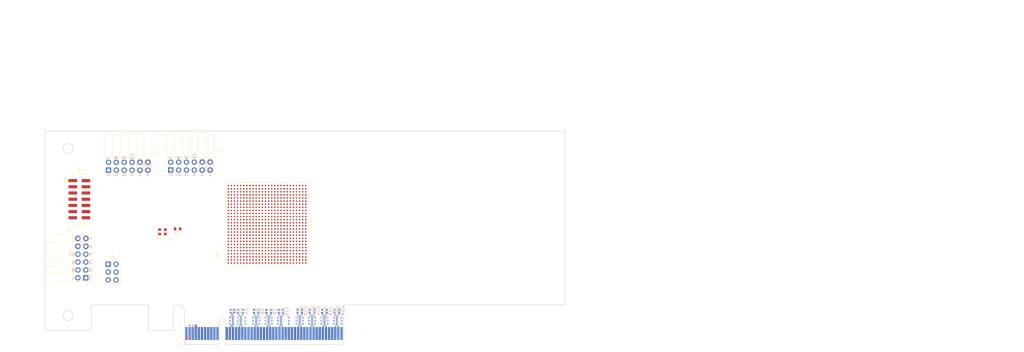
<source format=kicad_pcb>
(kicad_pcb (version 20211014) (generator pcbnew)
  (title_block (title "PCIexpress_x16_full") (company "Author: Luca Anastasio"))
  (layers (0 "F.Cu" power) (1 "In1.Cu" power) (2 "In2.Cu" power) (3 "In3.Cu" signal) (4 "In4.Cu" signal) (31 "B.Cu" power) (34 "B.Paste" user) (35 "F.Paste" user) (36 "B.SilkS" user "B.Silkscreen") (37 "F.SilkS" user "F.Silkscreen") (38 "B.Mask" user) (39 "F.Mask" user) (44 "Edge.Cuts" user))
  (net 0 "")
  (net 1 "GND")
  (net 2 "/refclk_P")
  (net 3 "/per0_N")
  (net 4 "/per0_P")
  (net 5 "+12V")
  (net 6 "+3V3")
  (net 7 "+3.3VA")
  (net 8 "/refclk_N")
  (net 9 "/perstn")
  (net 14 "/prsntn")
  (net 16 "/prsnt_x1")
  (net 17 "/pet0_N")
  (net 18 "/pet0_P")
  (net 23 "/pet1_P")
  (net 25 "/pet1_N")
  (net 26 "/pet2_P")
  (net 27 "/pet2_N")
  (net 28 "/pet3_P")
  (net 29 "/pet3_N")
  (net 31 "/prsnt_x4")
  (net 32 "/per1_P")
  (net 33 "/per1_N")
  (net 34 "/per2_P")
  (net 35 "/per2_N")
  (net 36 "/per3_P")
  (net 37 "/per3_N")
  (net 40 "/per4_P")
  (net 41 "/per4_N")
  (net 42 "/per5_P")
  (net 43 "/per5_N")
  (net 44 "/per6_P")
  (net 45 "/per6_N")
  (net 46 "/per7_P")
  (net 47 "/per7_N")
  (net 48 "/pet4_P")
  (net 49 "/pet4_N")
  (net 50 "/pet5_P")
  (net 51 "/pet5_N")
  (net 52 "/pet6_P")
  (net 53 "/pet6_N")
  (net 54 "/pet7_P")
  (net 55 "/pet7_N")
  (net 56 "/fpga_clk")
  (net 57 "/oscout")
  (net 70 "/pre_per4_N")
  (net 71 "/pre_per4_P")
  (net 72 "/pre_per3_N")
  (net 73 "/pre_per3_P")
  (net 87 "/pre_per2_N")
  (net 88 "/pre_per2_P")
  (net 89 "Net-(U2-PadA7)")
  (net 90 "/pre_per1_N")
  (net 91 "/pre_per1_P")
  (net 96 "Net-(U2-PadAA21)")
  (net 105 "Net-(U2-PadAA11)")
  (net 109 "/pre_per0_N")
  (net 110 "/pre_per0_P")
  (net 111 "/pre_per7_N")
  (net 112 "/pre_per7_P")
  (net 122 "Net-(U2-PadAC15)")
  (net 127 "Net-(U2-PadAA7)")
  (net 128 "/pre_per6_N")
  (net 129 "/pre_per6_P")
  (net 147 "/pre_per5_N")
  (net 148 "/pre_per5_P")
  (net 165 "Net-(U2-PadP22)")
  (net 204 "Net-(U2-PadT11)")
  (net 205 "Net-(U2-PadR9)")
  (net 213 "Net-(U2-PadR7)")
  (net 220 "Net-(U2-PadP18)")
  (net 231 "Net-(U2-PadM15)")
  (net 243 "Net-(U2-PadL9)")
  (net 252 "Net-(U2-PadM18)")
  (net 264 "Net-(U2-PadK11)")
  (net 295 "Net-(U2-PadE24)")
  (net 319 "Net-(U2-PadE14)")
  (net 324 "Net-(U2-PadE9)")
  (net 505 "/ac_refclk_P")
  (net 506 "/ac_refclk_N")
  (net 507 "/prsnt_x8")
  (footprint "pedrolib:OSC_ECS-2520S25-250-FN-TR" (layer "F.Cu") (at 102.38 157.78)
    (fp_text reference "X1")
    (fp_text value "ECS-2520MVQ-1000-BN-TR" hide)
  )
  (footprint "pedrolib:IC_XCAU10P-1FFVB676I" (layer "F.Cu") (at 136.105 155.3575 90)
    (fp_text reference "U2")
    (fp_text value "XCAU10P-1FFVB676I")
  )
  (footprint "pedrolib:PCIexpress_x8" (layer "F.Cu") (at 109.625 194.125)
    (fp_text reference "J2" hide)
    (fp_text value "PCIexpress_x8")
  )
  (footprint "pedrolib:PMOD_PinSocket_2x06_P2.54mm_Horizontal" (layer "F.Cu") (at 84.97 137.8635 90)
    (fp_text reference "J4")
    (fp_text value "PMOD_Host_Conn_02x06")
  )
  (footprint "pedrolib:MOLEX_87832-1420" (layer "F.Cu") (at 75.57565 147.245)
    (fp_text reference "J5")
    (fp_text value "87832-1420")
  )
  (footprint "Resistor_SMD:R_0603_1608Metric" (layer "F.Cu") (at 107.265 156.825 180)
    (fp_text reference "R1")
    (fp_text value "10")
  )
  (footprint "pedrolib:PMOD_PinSocket_2x06_P2.54mm_Horizontal" (layer "F.Cu") (at 105.045 137.825 90)
    (fp_text reference "J1")
    (fp_text value "PMOD_Host_Conn_02x06")
  )
  (footprint "pedrolib:PMOD_PinSocket_2x06_P2.54mm_Horizontal" (layer "F.Cu") (at 77.665 172.625 180)
    (fp_text reference "J3")
    (fp_text value "PMOD_Host_Conn_02x06")
  )
  (footprint "Connector_PinHeader_2.54mm:PinHeader_2x03_P2.54mm_Vertical" (layer "F.Cu") (at 84.88 168.24)
    (fp_text reference "J6")
    (fp_text value "Conn_02x03_Odd_Even")
  )
  (footprint "Capacitor_SMD:C_0402_1005Metric" (layer "B.Cu") (at 141.305 183.485 90)
    (fp_text reference "C10")
    (fp_text value "0.01uf")
  )
  (footprint "Capacitor_SMD:C_0402_1005Metric" (layer "B.Cu") (at 128.355 183.425 90)
    (fp_text reference "C4")
    (fp_text value "0.01uf")
  )
  (footprint "Capacitor_SMD:C_0402_1005Metric" (layer "B.Cu") (at 131.905 183.445 90)
    (fp_text reference "C5")
    (fp_text value "0.01uf")
  )
  (footprint "Capacitor_SMD:C_0402_1005Metric" (layer "B.Cu") (at 155.365 183.425 90)
    (fp_text reference "C16")
    (fp_text value "0.01uf")
  )
  (footprint "Capacitor_SMD:C_0402_1005Metric" (layer "B.Cu") (at 135.855 183.475 90)
    (fp_text reference "C7")
    (fp_text value "0.01uf")
  )
  (footprint "Capacitor_SMD:C_0402_1005Metric" (layer "B.Cu") (at 139.865 183.435 90)
    (fp_text reference "C9")
    (fp_text value "0.01uf")
  )
  (footprint "Capacitor_SMD:C_0402_1005Metric" (layer "B.Cu") (at 124.355 183.415 90)
    (fp_text reference "C2")
    (fp_text value "0.01uf")
  )
  (footprint "Capacitor_SMD:C_0402_1005Metric" (layer "B.Cu") (at 133.385 183.435 90)
    (fp_text reference "C6")
    (fp_text value "0.01uf")
  )
  (footprint "Capacitor_SMD:C_0402_1005Metric" (layer "B.Cu") (at 153.855 183.425 90)
    (fp_text reference "C15")
    (fp_text value "0.01uf")
  )
  (footprint "Capacitor_SMD:C_0402_1005Metric" (layer "B.Cu") (at 159.395 183.375 90)
    (fp_text reference "C18")
    (fp_text value "0.01uf")
  )
  (footprint "Capacitor_SMD:C_0402_1005Metric" (layer "B.Cu") (at 147.395 183.365 90)
    (fp_text reference "C12")
    (fp_text value "0.01uf")
  )
  (footprint "Capacitor_SMD:C_0402_1005Metric" (layer "B.Cu") (at 145.915 183.355 90)
    (fp_text reference "C11")
    (fp_text value "0.01uf")
  )
  (footprint "Capacitor_SMD:C_0402_1005Metric" (layer "B.Cu") (at 126.855 183.385 90)
    (fp_text reference "C1")
    (fp_text value "0.01uf")
  )
  (footprint "Capacitor_SMD:C_0402_1005Metric" (layer "B.Cu") (at 149.855 183.375 90)
    (fp_text reference "C13")
    (fp_text value "0.01uf")
  )
  (footprint "Capacitor_SMD:C_0402_1005Metric" (layer "B.Cu") (at 137.385 183.475 90)
    (fp_text reference "C8")
    (fp_text value "0.01uf")
  )
  (footprint "Capacitor_SMD:C_0402_1005Metric" (layer "B.Cu") (at 125.445 183.405 90)
    (fp_text reference "C3")
    (fp_text value "0.01uf")
  )
  (footprint "Capacitor_SMD:C_0402_1005Metric" (layer "B.Cu") (at 151.415 183.275 90)
    (fp_text reference "C14")
    (fp_text value "0.01uf")
  )
  (footprint "Capacitor_SMD:C_0402_1005Metric" (layer "B.Cu") (at 157.855 183.345 90)
    (fp_text reference "C17")
    (fp_text value "0.01uf")
  )
  (gr_line (start 109.475 193.625) (end 109.975 194.125) (layer "Edge.Cuts") (width 0.15))
  (gr_line (start 79.475 181.375) (end 97.825 181.375) (layer "Edge.Cuts") (width 0.15))
  (gr_line (start 64.475 125.225) (end 64.475 189.625) (layer "Edge.Cuts") (width 0.15))
  (gr_arc (start 120.675 186.675) (mid 121.625 185.725) (end 122.575 186.675) (layer "Edge.Cuts") (width 0.15))
  (gr_line (start 232.125 181.375) (end 160.775 181.375) (layer "Edge.Cuts") (width 0.15))
  (gr_line (start 122.575 186.675) (end 122.575 193.625) (layer "Edge.Cuts") (width 0.15))
  (gr_line (start 232.125 125.225) (end 64.475 125.225) (layer "Edge.Cuts") (width 0.15))
  (gr_line (start 160.775 193.625) (end 160.275 194.125) (layer "Edge.Cuts") (width 0.15))
  (gr_line (start 122.575 193.625) (end 123.075 194.125) (layer "Edge.Cuts") (width 0.15))
  (gr_circle (center 71.975 184.775) (end 73.575 184.775) (layer "Edge.Cuts") (width 0.15) (fill none))
  (gr_line (start 232.125 181.375) (end 232.125 125.225) (layer "Edge.Cuts") (width 0.15))
  (gr_line (start 64.475 189.625) (end 79.475 189.625) (layer "Edge.Cuts") (width 0.15))
  (gr_line (start 97.825 181.375) (end 97.825 189.625) (layer "Edge.Cuts") (width 0.15))
  (gr_line (start 160.275 194.125) (end 123.075 194.125) (layer "Edge.Cuts") (width 0.15))
  (gr_line (start 97.825 189.625) (end 105.825 189.625) (layer "Edge.Cuts") (width 0.15))
  (gr_line (start 160.775 181.375) (end 160.775 193.625) (layer "Edge.Cuts") (width 0.15))
  (gr_circle (center 71.975 130.875) (end 73.575 130.875) (layer "Edge.Cuts") (width 0.15) (fill none))
  (gr_line (start 105.825 189.625) (end 105.825 183.2) (layer "Edge.Cuts") (width 0.15))
  (gr_arc (start 105.825 183.2) (mid 107.65 181.375) (end 109.475 183.2) (layer "Edge.Cuts") (width 0.15))
  (gr_line (start 79.475 189.625) (end 79.475 181.375) (layer "Edge.Cuts") (width 0.15))
  (gr_line (start 109.475 183.2) (end 109.475 193.625) (layer "Edge.Cuts") (width 0.15))
  (gr_line (start 109.975 194.125) (end 120.175 194.125) (layer "Edge.Cuts") (width 0.15))
  (gr_line (start 120.675 193.625) (end 120.675 186.675) (layer "Edge.Cuts") (width 0.15))
  (gr_line (start 120.175 194.125) (end 120.675 193.625) (layer "Edge.Cuts") (width 0.15))
  (target plus (at 109.625 194.125) (size 5) (width 0.05) (layer "Edge.Cuts"))
  (segment (start 113.125 188.125) (end 113.125 188.125) (width 0.7) (layer "F.Cu") (net 1))
  (segment (start 113.125 190.625) (end 113.125 188) (width 0.7) (layer "F.Cu") (net 1))
  (via (at 124.125 185.5) (size 0.55) (drill 0.3) (layers "F.Cu" "B.Cu") (net 1))
  (via (at 143.125 185.5) (size 0.55) (drill 0.3) (layers "F.Cu" "B.Cu") (net 1))
  (via (at 157.625 185.5) (size 0.55) (drill 0.3) (layers "F.Cu" "B.Cu") (net 1))
  (via (at 135.625 185.5) (size 0.55) (drill 0.3) (layers "F.Cu" "B.Cu") (net 1))
  (via (at 139.625 185.5) (size 0.55) (drill 0.3) (layers "F.Cu" "B.Cu") (net 1))
  (via (at 133.625 185.5) (size 0.55) (drill 0.3) (layers "F.Cu" "B.Cu") (net 1))
  (via (at 129.125 185.5) (size 0.55) (drill 0.3) (layers "F.Cu" "B.Cu") (net 1))
  (via (at 155.625 185.5) (size 0.55) (drill 0.3) (layers "F.Cu" "B.Cu") (net 1))
  (via (at 149.625 185.5) (size 0.55) (drill 0.3) (layers "F.Cu" "B.Cu") (net 1))
  (via (at 147.625 185.5) (size 0.55) (drill 0.3) (layers "F.Cu" "B.Cu") (net 1))
  (via (at 145.625 185.5) (size 0.55) (drill 0.3) (layers "F.Cu" "B.Cu") (net 1))
  (via (at 160.125 185.5) (size 0.55) (drill 0.3) (layers "F.Cu" "B.Cu") (net 1))
  (via (at 151.625 185.5) (size 0.55) (drill 0.3) (layers "F.Cu" "B.Cu") (net 1))
  (via (at 153.625 185.5) (size 0.55) (drill 0.3) (layers "F.Cu" "B.Cu") (net 1))
  (via (at 126.625 185.5) (size 0.55) (drill 0.3) (layers "F.Cu" "B.Cu") (net 1))
  (via (at 131.625 185.5) (size 0.55) (drill 0.3) (layers "F.Cu" "B.Cu") (net 1))
  (via (at 137.625 185.5) (size 0.55) (drill 0.3) (layers "F.Cu" "B.Cu") (net 1))
  (via (at 153.625 186.5) (size 0.55) (drill 0.3) (layers "F.Cu" "B.Cu") (net 1))
  (via (at 157.625 187.5) (size 0.55) (drill 0.3) (layers "F.Cu" "B.Cu") (net 1))
  (via (at 147.625 186.5) (size 0.55) (drill 0.3) (layers "F.Cu" "B.Cu") (net 1))
  (via (at 153.625 187.5) (size 0.55) (drill 0.3) (layers "F.Cu" "B.Cu") (net 1))
  (via (at 155.625 186.5) (size 0.55) (drill 0.3) (layers "F.Cu" "B.Cu") (net 1))
  (via (at 151.625 187.5) (size 0.55) (drill 0.3) (layers "F.Cu" "B.Cu") (net 1))
  (via (at 151.625 186.5) (size 0.55) (drill 0.3) (layers "F.Cu" "B.Cu") (net 1))
  (via (at 135.625 187.5) (size 0.55) (drill 0.3) (layers "F.Cu" "B.Cu") (net 1))
  (via (at 143.125 186.5) (size 0.55) (drill 0.3) (layers "F.Cu" "B.Cu") (net 1))
  (via (at 149.625 187.5) (size 0.55) (drill 0.3) (layers "F.Cu" "B.Cu") (net 1))
  (via (at 139.625 186.5) (size 0.55) (drill 0.3) (layers "F.Cu" "B.Cu") (net 1))
  (via (at 137.625 186.5) (size 0.55) (drill 0.3) (layers "F.Cu" "B.Cu") (net 1))
  (via (at 126.625 186.5) (size 0.55) (drill 0.3) (layers "F.Cu" "B.Cu") (net 1))
  (via (at 139.625 187.5) (size 0.55) (drill 0.3) (layers "F.Cu" "B.Cu") (net 1))
  (via (at 124.125 186.5) (size 0.55) (drill 0.3) (layers "F.Cu" "B.Cu") (net 1))
  (via (at 160.125 186.5) (size 0.55) (drill 0.3) (layers "F.Cu" "B.Cu") (net 1))
  (via (at 113.125 188) (size 0.55) (drill 0.3) (layers "F.Cu" "B.Cu") (net 1))
  (via (at 133.625 187.5) (size 0.55) (drill 0.3) (layers "F.Cu" "B.Cu") (net 1))
  (via (at 137.625 187.5) (size 0.55) (drill 0.3) (layers "F.Cu" "B.Cu") (net 1))
  (via (at 145.625 186.5) (size 0.55) (drill 0.3) (layers "F.Cu" "B.Cu") (net 1))
  (via (at 143.125 187.5) (size 0.55) (drill 0.3) (layers "F.Cu" "B.Cu") (net 1))
  (via (at 160.125 187.5) (size 0.55) (drill 0.3) (layers "F.Cu" "B.Cu") (net 1))
  (via (at 124.125 187.5) (size 0.55) (drill 0.3) (layers "F.Cu" "B.Cu") (net 1))
  (via (at 133.625 186.5) (size 0.55) (drill 0.3) (layers "F.Cu" "B.Cu") (net 1))
  (via (at 149.625 186.5) (size 0.55) (drill 0.3) (layers "F.Cu" "B.Cu") (net 1))
  (via (at 135.625 186.5) (size 0.55) (drill 0.3) (layers "F.Cu" "B.Cu") (net 1))
  (via (at 145.625 187.5) (size 0.55) (drill 0.3) (layers "F.Cu" "B.Cu") (net 1))
  (via (at 147.625 187.5) (size 0.55) (drill 0.3) (layers "F.Cu" "B.Cu") (net 1))
  (via (at 131.625 187.5) (size 0.55) (drill 0.3) (layers "F.Cu" "B.Cu") (net 1))
  (via (at 129.125 187.5) (size 0.55) (drill 0.3) (layers "F.Cu" "B.Cu") (net 1))
  (via (at 157.625 186.5) (size 0.55) (drill 0.3) (layers "F.Cu" "B.Cu") (net 1))
  (via (at 129.125 186.5) (size 0.55) (drill 0.3) (layers "F.Cu" "B.Cu") (net 1))
  (via (at 131.625 186.5) (size 0.55) (drill 0.3) (layers "F.Cu" "B.Cu") (net 1))
  (via (at 155.625 187.5) (size 0.55) (drill 0.3) (layers "F.Cu" "B.Cu") (net 1))
  (via (at 126.6265 187.5) (size 0.55) (drill 0.3) (layers "F.Cu" "B.Cu") (net 1))
  (segment (start 124.905 185.397844) (end 124.695 185.187844) (width 0.2) (layer "B.Cu") (net 2))
  (segment (start 124.125 188.875) (end 124.425 188.575) (width 0.2) (layer "B.Cu") (net 2))
  (segment (start 124.695 184.235) (end 124.355 183.895) (width 0.2) (layer "B.Cu") (net 2))
  (segment (start 124.425 188.575) (end 124.425 188.222156) (width 0.2) (layer "B.Cu") (net 2))
  (segment (start 124.125 190.625) (end 124.125 188.875) (width 0.2) (layer "B.Cu") (net 2))
  (segment (start 124.905 187.742156) (end 124.905 185.397844) (width 0.2) (layer "B.Cu") (net 2))
  (segment (start 124.425 188.222156) (end 124.905 187.742156) (width 0.2) (layer "B.Cu") (net 2))
  (segment (start 124.695 185.187844) (end 124.695 184.235) (width 0.2) (layer "B.Cu") (net 2))
  (segment (start 128.125 188.375) (end 128.125 190.625) (width 0.2) (layer "B.Cu") (net 3))
  (segment (start 127.825 188.075) (end 128.125 188.375) (width 0.2) (layer "B.Cu") (net 3))
  (segment (start 128.375 183.9125) (end 128.375 184.5) (width 0.2) (layer "B.Cu") (net 3))
  (segment (start 128.375 184.5) (end 127.825 185.05) (width 0.2) (layer "B.Cu") (net 3))
  (segment (start 127.825 185.05) (end 127.825 188.075) (width 0.2) (layer "B.Cu") (net 3))
  (segment (start 126.875 184.5) (end 127.425 185.05) (width 0.2) (layer "B.Cu") (net 4))
  (segment (start 126.875 183.9125) (end 126.875 184.5) (width 0.2) (layer "B.Cu") (net 4))
  (segment (start 127.125 188.375) (end 127.125 190.625) (width 0.2) (layer "B.Cu") (net 4))
  (segment (start 127.425 185.05) (end 127.425 188.075) (width 0.2) (layer "B.Cu") (net 4))
  (segment (start 127.425 188.075) (end 127.125 188.375) (width 0.2) (layer "B.Cu") (net 4))
  (segment (start 111.125 190.625) (end 111.125 188) (width 0.0889) (layer "F.Cu") (net 5))
  (via (at 111.125 188) (size 0.55) (drill 0.3) (layers "F.Cu" "B.Cu") (net 5))
  (via (at 112.125 188) (size 0.55) (drill 0.3) (layers "F.Cu" "B.Cu") (net 5))
  (segment (start 124.825 188.387844) (end 125.305 187.907844) (width 0.2) (layer "B.Cu") (net 8))
  (segment (start 125.125 190.625) (end 125.125 188.875) (width 0.2) (layer "B.Cu") (net 8))
  (segment (start 125.125 188.875) (end 124.825 188.575) (width 0.2) (layer "B.Cu") (net 8))
  (segment (start 125.095 185.022156) (end 125.095 184.235) (width 0.2) (layer "B.Cu") (net 8))
  (segment (start 125.305 187.907844) (end 125.305 185.232156) (width 0.2) (layer "B.Cu") (net 8))
  (segment (start 125.305 185.232156) (end 125.095 185.022156) (width 0.2) (layer "B.Cu") (net 8))
  (segment (start 125.095 184.235) (end 125.445 183.885) (width 0.2) (layer "B.Cu") (net 8))
  (segment (start 124.825 188.575) (end 124.825 188.387844) (width 0.2) (layer "B.Cu") (net 8))
  (segment (start 132.425 188.075) (end 132.125 188.375) (width 0.2) (layer "B.Cu") (net 32))
  (segment (start 132.425 185.05) (end 132.425 188.075) (width 0.2) (layer "B.Cu") (net 32))
  (segment (start 131.875 184.5) (end 132.425 185.05) (width 0.2) (layer "B.Cu") (net 32))
  (segment (start 132.125 188.375) (end 132.125 190.625) (width 0.2) (layer "B.Cu") (net 32))
  (segment (start 131.875 183.9125) (end 131.875 184.5) (width 0.2) (layer "B.Cu") (net 32))
  (segment (start 133.125 188.375) (end 133.125 190.625) (width 0.2) (layer "B.Cu") (net 33))
  (segment (start 132.825 185.05) (end 132.825 188.075) (width 0.2) (layer "B.Cu") (net 33))
  (segment (start 133.375 184.5) (end 132.825 185.05) (width 0.2) (layer "B.Cu") (net 33))
  (segment (start 133.375 183.9125) (end 133.375 184.5) (width 0.2) (layer "B.Cu") (net 33))
  (segment (start 132.825 188.075) (end 133.125 188.375) (width 0.2) (layer "B.Cu") (net 33))
  (segment (start 136.425 188.075) (end 136.125 188.375) (width 0.2) (layer "B.Cu") (net 34))
  (segment (start 136.425 185.05) (end 136.425 188.075) (width 0.2) (layer "B.Cu") (net 34))
  (segment (start 135.875 184.5) (end 136.425 185.05) (width 0.2) (layer "B.Cu") (net 34))
  (segment (start 136.125 188.375) (end 136.125 190.625) (width 0.2) (layer "B.Cu") (net 34))
  (segment (start 135.875 183.9125) (end 135.875 184.5) (width 0.2) (layer "B.Cu") (net 34))
  (segment (start 137.125 188.375) (end 137.125 190.625) (width 0.2) (layer "B.Cu") (net 35))
  (segment (start 136.825 185.05) (end 136.825 188.075) (width 0.2) (layer "B.Cu") (net 35))
  (segment (start 137.375 184.5) (end 136.825 185.05) (width 0.2) (layer "B.Cu") (net 35))
  (segment (start 137.375 183.9125) (end 137.375 184.5) (width 0.2) (layer "B.Cu") (net 35))
  (segment (start 136.825 188.075) (end 137.125 188.375) (width 0.2) (layer "B.Cu") (net 35))
  (segment (start 139.875 184.5) (end 140.425 185.05) (width 0.2) (layer "B.Cu") (net 36))
  (segment (start 140.425 188.075) (end 140.125 188.375) (width 0.2) (layer "B.Cu") (net 36))
  (segment (start 139.875 183.9125) (end 139.875 184.5) (width 0.2) (layer "B.Cu") (net 36))
  (segment (start 140.425 185.05) (end 140.425 188.075) (width 0.2) (layer "B.Cu") (net 36))
  (segment (start 140.125 188.375) (end 140.125 190.625) (width 0.2) (layer "B.Cu") (net 36))
  (segment (start 140.825 188.075) (end 141.125 188.375) (width 0.2) (layer "B.Cu") (net 37))
  (segment (start 141.375 184.5) (end 140.825 185.05) (width 0.2) (layer "B.Cu") (net 37))
  (segment (start 140.825 185.05) (end 140.825 188.075) (width 0.2) (layer "B.Cu") (net 37))
  (segment (start 141.375 183.9125) (end 141.375 184.5) (width 0.2) (layer "B.Cu") (net 37))
  (segment (start 141.125 188.375) (end 141.125 190.625) (width 0.2) (layer "B.Cu") (net 37))
  (segment (start 145.875 183.9125) (end 145.875 184.5) (width 0.2) (layer "B.Cu") (net 40))
  (segment (start 146.125 188.375) (end 146.125 190.625) (width 0.2) (layer "B.Cu") (net 40))
  (segment (start 145.875 184.5) (end 146.425 185.05) (width 0.2) (layer "B.Cu") (net 40))
  (segment (start 146.425 188.075) (end 146.125 188.375) (width 0.2) (layer "B.Cu") (net 40))
  (segment (start 146.425 185.05) (end 146.425 188.075) (width 0.2) (layer "B.Cu") (net 40))
  (segment (start 147.375 183.9125) (end 147.375 184.5) (width 0.2) (layer "B.Cu") (net 41))
  (segment (start 146.825 185.05) (end 146.825 188.075) (width 0.2) (layer "B.Cu") (net 41))
  (segment (start 147.375 184.5) (end 146.825 185.05) (width 0.2) (layer "B.Cu") (net 41))
  (segment (start 147.125 188.375) (end 147.125 190.625) (width 0.2) (layer "B.Cu") (net 41))
  (segment (start 146.825 188.075) (end 147.125 188.375) (width 0.2) (layer "B.Cu") (net 41))
  (segment (start 150.425 188.075) (end 150.125 188.375) (width 0.2) (layer "B.Cu") (net 42))
  (segment (start 149.875 183.9125) (end 149.875 184.5) (width 0.2) (layer "B.Cu") (net 42))
  (segment (start 150.125 188.375) (end 150.125 190.625) (width 0.2) (layer "B.Cu") (net 42))
  (segment (start 149.875 184.5) (end 150.425 185.05) (width 0.2) (layer "B.Cu") (net 42))
  (segment (start 150.425 185.05) (end 150.425 188.075) (width 0.2) (layer "B.Cu") (net 42))
  (segment (start 151.375 184.5) (end 150.825 185.05) (width 0.2) (layer "B.Cu") (net 43))
  (segment (start 151.375 183.9125) (end 151.375 184.5) (width 0.2) (layer "B.Cu") (net 43))
  (segment (start 150.825 185.05) (end 150.825 188.075) (width 0.2) (layer "B.Cu") (net 43))
  (segment (start 151.125 188.375) (end 151.125 190.625) (width 0.2) (layer "B.Cu") (net 43))
  (segment (start 150.825 188.075) (end 151.125 188.375) (width 0.2) (layer "B.Cu") (net 43))
  (segment (start 154.425 185.05) (end 154.425 188.075) (width 0.2) (layer "B.Cu") (net 44))
  (segment (start 153.875 184.5) (end 154.425 185.05) (width 0.2) (layer "B.Cu") (net 44))
  (segment (start 153.875 183.9125) (end 153.875 184.5) (width 0.2) (layer "B.Cu") (net 44))
  (segment (start 154.125 188.375) (end 154.125 190.625) (width 0.2) (layer "B.Cu") (net 44))
  (segment (start 154.425 188.075) (end 154.125 188.375) (width 0.2) (layer "B.Cu") (net 44))
  (segment (start 155.375 184.5) (end 154.825 185.05) (width 0.2) (layer "B.Cu") (net 45))
  (segment (start 154.825 185.05) (end 154.825 188.075) (width 0.2) (layer "B.Cu") (net 45))
  (segment (start 154.825 188.075) (end 155.125 188.375) (width 0.2) (layer "B.Cu") (net 45))
  (segment (start 155.375 183.9125) (end 155.375 184.5) (width 0.2) (layer "B.Cu") (net 45))
  (segment (start 155.125 188.375) (end 155.125 190.625) (width 0.2) (layer "B.Cu") (net 45))
  (segment (start 157.875 184.5) (end 158.425 185.05) (width 0.2) (layer "B.Cu") (net 46))
  (segment (start 158.425 188.075) (end 158.125 188.375) (width 0.2) (layer "B.Cu") (net 46))
  (segment (start 158.125 188.375) (end 158.125 190.625) (width 0.2) (layer "B.Cu") (net 46))
  (segment (start 157.875 183.9125) (end 157.875 184.5) (width 0.2) (layer "B.Cu") (net 46))
  (segment (start 158.425 185.05) (end 158.425 188.075) (width 0.2) (layer "B.Cu") (net 46))
  (segment (start 159.125 188.375) (end 159.125 190.625) (width 0.2) (layer "B.Cu") (net 47))
  (segment (start 158.825 185.05) (end 158.825 188.075) (width 0.2) (layer "B.Cu") (net 47))
  (segment (start 159.375 183.9125) (end 159.375 184.5) (width 0.2) (layer "B.Cu") (net 47))
  (segment (start 159.375 184.5) (end 158.825 185.05) (width 0.2) (layer "B.Cu") (net 47))
  (segment (start 158.825 188.075) (end 159.125 188.375) (width 0.2) (layer "B.Cu") (net 47))
)
</source>
